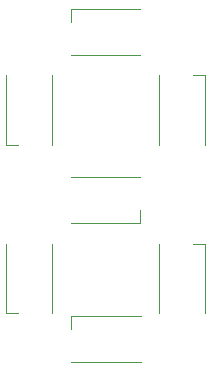
<source format=gto>
G04 #@! TF.GenerationSoftware,KiCad,Pcbnew,8.0.3*
G04 #@! TF.CreationDate,2025-03-14T18:24:52+01:00*
G04 #@! TF.ProjectId,Nixie,4e697869-652e-46b6-9963-61645f706362,rev?*
G04 #@! TF.SameCoordinates,Original*
G04 #@! TF.FileFunction,Legend,Top*
G04 #@! TF.FilePolarity,Positive*
%FSLAX46Y46*%
G04 Gerber Fmt 4.6, Leading zero omitted, Abs format (unit mm)*
G04 Created by KiCad (PCBNEW 8.0.3) date 2025-03-14 18:24:52*
%MOMM*%
%LPD*%
G01*
G04 APERTURE LIST*
%ADD10C,0.120000*%
%ADD11R,0.850000X1.600000*%
%ADD12R,1.600000X0.850000*%
%ADD13R,1.700000X1.700000*%
%ADD14O,1.700000X1.700000*%
G04 APERTURE END LIST*
D10*
X67050000Y-66150000D02*
X67050000Y-72050000D01*
X67050000Y-72050000D02*
X68125000Y-72050000D01*
X70950000Y-66150000D02*
X70950000Y-72050000D01*
X80050000Y-57750000D02*
X80050000Y-51850000D01*
X83950000Y-51850000D02*
X82875000Y-51850000D01*
X83950000Y-57750000D02*
X83950000Y-51850000D01*
X72550000Y-46300000D02*
X72550000Y-47375000D01*
X78450000Y-46300000D02*
X72550000Y-46300000D01*
X78450000Y-50200000D02*
X72550000Y-50200000D01*
X67050000Y-51850000D02*
X67050000Y-57750000D01*
X67050000Y-57750000D02*
X68125000Y-57750000D01*
X70950000Y-51850000D02*
X70950000Y-57750000D01*
X72600000Y-72300000D02*
X72600000Y-73375000D01*
X78500000Y-72300000D02*
X72600000Y-72300000D01*
X78500000Y-76200000D02*
X72600000Y-76200000D01*
X80050000Y-72050000D02*
X80050000Y-66150000D01*
X83950000Y-66150000D02*
X82875000Y-66150000D01*
X83950000Y-72050000D02*
X83950000Y-66150000D01*
X72550000Y-60500000D02*
X78450000Y-60500000D01*
X72550000Y-64400000D02*
X78450000Y-64400000D01*
X78450000Y-64400000D02*
X78450000Y-63325000D01*
%LPC*%
D11*
X69875000Y-67350000D03*
X68125000Y-67350000D03*
X68125000Y-70850000D03*
X69875000Y-70850000D03*
X81125000Y-56550000D03*
X82875000Y-56550000D03*
X82875000Y-53050000D03*
X81125000Y-53050000D03*
D12*
X77250000Y-49125000D03*
X77250000Y-47375000D03*
X73750000Y-47375000D03*
X73750000Y-49125000D03*
D11*
X69875000Y-53050000D03*
X68125000Y-53050000D03*
X68125000Y-56550000D03*
X69875000Y-56550000D03*
D12*
X77300000Y-75125000D03*
X77300000Y-73375000D03*
X73800000Y-73375000D03*
X73800000Y-75125000D03*
D11*
X81125000Y-70850000D03*
X82875000Y-70850000D03*
X82875000Y-67350000D03*
X81125000Y-67350000D03*
D12*
X73750000Y-61575000D03*
X73750000Y-63325000D03*
X77250000Y-63325000D03*
X77250000Y-61575000D03*
D13*
X71580000Y-80425000D03*
D14*
X74120000Y-80425000D03*
X76660000Y-80425000D03*
X79200000Y-80425000D03*
%LPD*%
M02*

</source>
